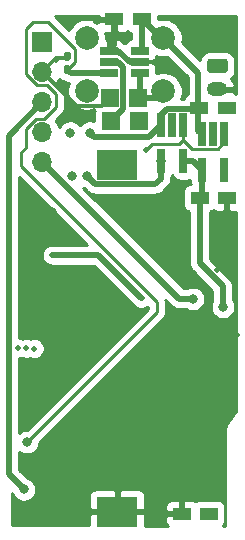
<source format=gbr>
G04 #@! TF.GenerationSoftware,KiCad,Pcbnew,(5.1.9)-1*
G04 #@! TF.CreationDate,2021-03-01T14:16:03+01:00*
G04 #@! TF.ProjectId,button timer v1.2.3_[Coin_Cell&LIPO][TPL5111],62757474-6f6e-4207-9469-6d6572207631,rev?*
G04 #@! TF.SameCoordinates,Original*
G04 #@! TF.FileFunction,Copper,L2,Bot*
G04 #@! TF.FilePolarity,Positive*
%FSLAX46Y46*%
G04 Gerber Fmt 4.6, Leading zero omitted, Abs format (unit mm)*
G04 Created by KiCad (PCBNEW (5.1.9)-1) date 2021-03-01 14:16:03*
%MOMM*%
%LPD*%
G01*
G04 APERTURE LIST*
G04 #@! TA.AperFunction,ComponentPad*
%ADD10O,1.750000X1.200000*%
G04 #@! TD*
G04 #@! TA.AperFunction,ComponentPad*
%ADD11C,2.000000*%
G04 #@! TD*
G04 #@! TA.AperFunction,ComponentPad*
%ADD12O,1.700000X1.700000*%
G04 #@! TD*
G04 #@! TA.AperFunction,ComponentPad*
%ADD13R,1.700000X1.700000*%
G04 #@! TD*
G04 #@! TA.AperFunction,SMDPad,CuDef*
%ADD14R,1.500000X1.100000*%
G04 #@! TD*
G04 #@! TA.AperFunction,SMDPad,CuDef*
%ADD15R,0.650000X2.000000*%
G04 #@! TD*
G04 #@! TA.AperFunction,SMDPad,CuDef*
%ADD16C,0.150000*%
G04 #@! TD*
G04 #@! TA.AperFunction,SMDPad,CuDef*
%ADD17R,1.500000X0.650000*%
G04 #@! TD*
G04 #@! TA.AperFunction,SMDPad,CuDef*
%ADD18R,1.500000X1.500000*%
G04 #@! TD*
G04 #@! TA.AperFunction,SMDPad,CuDef*
%ADD19R,3.510000X2.540000*%
G04 #@! TD*
G04 #@! TA.AperFunction,ViaPad*
%ADD20C,0.500000*%
G04 #@! TD*
G04 #@! TA.AperFunction,ViaPad*
%ADD21C,0.800000*%
G04 #@! TD*
G04 #@! TA.AperFunction,Conductor*
%ADD22C,0.500000*%
G04 #@! TD*
G04 #@! TA.AperFunction,Conductor*
%ADD23C,0.350000*%
G04 #@! TD*
G04 #@! TA.AperFunction,Conductor*
%ADD24C,0.250000*%
G04 #@! TD*
G04 #@! TA.AperFunction,Conductor*
%ADD25C,0.254000*%
G04 #@! TD*
G04 #@! TA.AperFunction,Conductor*
%ADD26C,0.150000*%
G04 #@! TD*
G04 APERTURE END LIST*
D10*
G04 #@! TO.P,BT2,2*
G04 #@! TO.N,/GND*
X134269480Y-57686960D03*
G04 #@! TO.P,BT2,1*
G04 #@! TO.N,Net-(BT1-Pad1)*
G04 #@! TA.AperFunction,ComponentPad*
G36*
G01*
X133644479Y-55086960D02*
X134894481Y-55086960D01*
G75*
G02*
X135144480Y-55336959I0J-249999D01*
G01*
X135144480Y-56036961D01*
G75*
G02*
X134894481Y-56286960I-249999J0D01*
G01*
X133644479Y-56286960D01*
G75*
G02*
X133394480Y-56036961I0J249999D01*
G01*
X133394480Y-55336959D01*
G75*
G02*
X133644479Y-55086960I249999J0D01*
G01*
G37*
G04 #@! TD.AperFunction*
G04 #@! TD*
G04 #@! TO.P,C4,2*
G04 #@! TO.N,/GND*
G04 #@! TA.AperFunction,SMDPad,CuDef*
G36*
G01*
X121715000Y-55260000D02*
X121405000Y-55260000D01*
G75*
G02*
X121250000Y-55105000I0J155000D01*
G01*
X121250000Y-54680000D01*
G75*
G02*
X121405000Y-54525000I155000J0D01*
G01*
X121715000Y-54525000D01*
G75*
G02*
X121870000Y-54680000I0J-155000D01*
G01*
X121870000Y-55105000D01*
G75*
G02*
X121715000Y-55260000I-155000J0D01*
G01*
G37*
G04 #@! TD.AperFunction*
G04 #@! TO.P,C4,1*
G04 #@! TO.N,/GPIO4*
G04 #@! TA.AperFunction,SMDPad,CuDef*
G36*
G01*
X121715000Y-56395000D02*
X121405000Y-56395000D01*
G75*
G02*
X121250000Y-56240000I0J155000D01*
G01*
X121250000Y-55815000D01*
G75*
G02*
X121405000Y-55660000I155000J0D01*
G01*
X121715000Y-55660000D01*
G75*
G02*
X121870000Y-55815000I0J-155000D01*
G01*
X121870000Y-56240000D01*
G75*
G02*
X121715000Y-56395000I-155000J0D01*
G01*
G37*
G04 #@! TD.AperFunction*
G04 #@! TD*
D11*
G04 #@! TO.P,SW1,1*
G04 #@! TO.N,Net-(BT1-Pad1)*
X129690000Y-53340000D03*
G04 #@! TO.P,SW1,2*
G04 #@! TO.N,Net-(R6-Pad2)*
X129690000Y-57840000D03*
G04 #@! TO.P,SW1,1*
G04 #@! TO.N,Net-(BT1-Pad1)*
X123190000Y-53340000D03*
G04 #@! TO.P,SW1,2*
G04 #@! TO.N,Net-(R6-Pad2)*
X123190000Y-57840000D03*
G04 #@! TD*
D12*
G04 #@! TO.P,J1,5*
G04 #@! TO.N,/RST*
X119456200Y-63830200D03*
G04 #@! TO.P,J1,4*
G04 #@! TO.N,/TX*
X119456200Y-61290200D03*
G04 #@! TO.P,J1,3*
G04 #@! TO.N,/RX*
X119456200Y-58750200D03*
G04 #@! TO.P,J1,2*
G04 #@! TO.N,/GND*
X119456200Y-56210200D03*
D13*
G04 #@! TO.P,J1,1*
G04 #@! TO.N,/VCC*
X119456200Y-53670200D03*
G04 #@! TD*
D14*
G04 #@! TO.P,C5,2*
G04 #@! TO.N,/GND*
X125542560Y-51733800D03*
G04 #@! TO.P,C5,1*
G04 #@! TO.N,Net-(BT1-Pad1)*
X127842560Y-51733800D03*
G04 #@! TD*
D15*
G04 #@! TO.P,U1,5*
G04 #@! TO.N,Net-(L1-Pad2)*
X129484080Y-63770640D03*
G04 #@! TO.P,U1,4*
G04 #@! TO.N,/VCC*
X131384080Y-63770640D03*
G04 #@! TO.P,U1,3*
G04 #@! TO.N,Net-(Q1-Pad1)*
X131384080Y-60720640D03*
G04 #@! TA.AperFunction,SMDPad,CuDef*
D16*
G04 #@! TO.P,U1,2*
G04 #@! TO.N,/GND*
G36*
X130109080Y-59720640D02*
G01*
X130759080Y-59720640D01*
X130759080Y-61720640D01*
X130109080Y-61720640D01*
X130109080Y-59720640D01*
G37*
G04 #@! TD.AperFunction*
D15*
G04 #@! TO.P,U1,1*
G04 #@! TO.N,Net-(BT1-Pad1)*
X129484080Y-60720640D03*
G04 #@! TD*
D14*
G04 #@! TO.P,C1,2*
G04 #@! TO.N,Net-(BT1-Pad1)*
X132750000Y-59250000D03*
G04 #@! TO.P,C1,1*
G04 #@! TO.N,/GND*
X135050000Y-59250000D03*
G04 #@! TD*
D17*
G04 #@! TO.P,U3,5*
G04 #@! TO.N,Net-(R7-Pad2)*
X125100000Y-55360000D03*
G04 #@! TO.P,U3,6*
G04 #@! TO.N,/GND*
X125100000Y-54410000D03*
G04 #@! TO.P,U3,4*
G04 #@! TO.N,/GPIO4*
X125100000Y-56310000D03*
G04 #@! TO.P,U3,3*
G04 #@! TO.N,Net-(R6-Pad2)*
X127700000Y-56310000D03*
G04 #@! TO.P,U3,2*
G04 #@! TO.N,/GND*
X127700000Y-55360000D03*
G04 #@! TO.P,U3,1*
G04 #@! TO.N,Net-(BT1-Pad1)*
X127700000Y-54410000D03*
G04 #@! TD*
D15*
G04 #@! TO.P,U2,5*
G04 #@! TO.N,/VCC*
X132933400Y-64517400D03*
G04 #@! TO.P,U2,4*
G04 #@! TO.N,N/C*
X134833400Y-64517400D03*
G04 #@! TO.P,U2,3*
G04 #@! TO.N,Net-(Q1-Pad1)*
X134833400Y-61467400D03*
G04 #@! TA.AperFunction,SMDPad,CuDef*
D16*
G04 #@! TO.P,U2,2*
G04 #@! TO.N,/GND*
G36*
X133558400Y-60467400D02*
G01*
X134208400Y-60467400D01*
X134208400Y-62467400D01*
X133558400Y-62467400D01*
X133558400Y-60467400D01*
G37*
G04 #@! TD.AperFunction*
D15*
G04 #@! TO.P,U2,1*
G04 #@! TO.N,Net-(BT1-Pad1)*
X132933400Y-61467400D03*
G04 #@! TD*
D18*
G04 #@! TO.P,R8,2*
G04 #@! TO.N,/GND*
X125180000Y-58440000D03*
G04 #@! TO.P,R8,1*
G04 #@! TO.N,Net-(R6-Pad2)*
X127580000Y-58440000D03*
G04 #@! TD*
G04 #@! TO.P,R7,2*
G04 #@! TO.N,Net-(R7-Pad2)*
X125225000Y-60400000D03*
G04 #@! TO.P,R7,1*
G04 #@! TO.N,Net-(Q1-Pad1)*
X127625000Y-60400000D03*
G04 #@! TD*
D14*
G04 #@! TO.P,C3,2*
G04 #@! TO.N,/GND*
X135058800Y-66878200D03*
G04 #@! TO.P,C3,1*
G04 #@! TO.N,/VCC*
X132758800Y-66878200D03*
G04 #@! TD*
G04 #@! TO.P,C2,2*
G04 #@! TO.N,/RST*
X133534800Y-93599000D03*
G04 #@! TO.P,C2,1*
G04 #@! TO.N,/GND*
X131234800Y-93599000D03*
G04 #@! TD*
D19*
G04 #@! TO.P,BT1,2*
G04 #@! TO.N,/GND*
X125780800Y-93444200D03*
G04 #@! TO.P,BT1,1*
G04 #@! TO.N,Net-(BT1-Pad1)*
X125780800Y-64084200D03*
G04 #@! TD*
D20*
G04 #@! TO.N,/VCC*
X131454360Y-63770640D03*
D21*
X134726680Y-76106280D03*
G04 #@! TO.N,/GND*
X120225000Y-68050000D03*
D20*
X123225000Y-72875000D03*
X118425000Y-75275000D03*
X135075000Y-69000000D03*
X135050000Y-72950000D03*
X134200000Y-72975000D03*
X135900000Y-78450000D03*
X130500000Y-60500000D03*
X135150000Y-66925000D03*
X133900000Y-61450000D03*
X135500000Y-51925000D03*
X125075000Y-54400000D03*
X127700000Y-55400000D03*
D21*
X125200000Y-58400000D03*
D20*
X135125000Y-59225000D03*
D21*
X125780800Y-93419200D03*
D20*
X126759720Y-94456000D03*
X125759720Y-94456000D03*
X124759720Y-94456000D03*
X126759720Y-93456000D03*
X124759720Y-93456000D03*
X126759720Y-92456000D03*
X125759720Y-92456000D03*
X124759720Y-92456000D03*
X130950000Y-56075000D03*
D21*
X124075000Y-51800000D03*
G04 #@! TO.N,/RST*
X133330000Y-93670000D03*
X132200400Y-75425400D03*
G04 #@! TO.N,/RX*
X117875000Y-91550000D03*
D20*
G04 #@! TO.N,/GPIO0*
X120275000Y-71725000D03*
X127850000Y-75325000D03*
D21*
G04 #@! TO.N,Net-(BT1-Pad1)*
X123450000Y-61350000D03*
X121800000Y-61350000D03*
D20*
X125749720Y-65046000D03*
X126749720Y-65046000D03*
X126830000Y-63100000D03*
X125749720Y-63046000D03*
X126749720Y-64046000D03*
D21*
X132650000Y-59350000D03*
X125899729Y-64009200D03*
G04 #@! TO.N,Net-(L1-Pad2)*
X123225000Y-65050000D03*
X121950000Y-65000000D03*
X129484080Y-63770640D03*
G04 #@! TO.N,/GPIO4*
X118150000Y-87550000D03*
D20*
G04 #@! TO.N,Net-(R6-Pad2)*
X127650000Y-56300000D03*
G04 #@! TO.N,/GND_ESP*
X117375000Y-79575000D03*
X118750000Y-79625000D03*
X118100000Y-79600000D03*
G04 #@! TO.N,Net-(Q1-Pad1)*
X128250000Y-62800000D03*
X127375000Y-60500000D03*
X134833400Y-61467400D03*
G04 #@! TD*
D22*
G04 #@! TO.N,/VCC*
X132186640Y-63770640D02*
X132933400Y-64517400D01*
X131384080Y-63770640D02*
X131454360Y-63770640D01*
X132933400Y-66703600D02*
X132758800Y-66878200D01*
X132933400Y-64517400D02*
X132933400Y-66703600D01*
X131454360Y-63770640D02*
X132186640Y-63770640D01*
X132758800Y-72421802D02*
X134700000Y-74363002D01*
X132758800Y-66878200D02*
X132758800Y-72421802D01*
X134700000Y-74363002D02*
X134700000Y-75950000D01*
G04 #@! TO.N,/GND*
X125542560Y-53967440D02*
X125100000Y-54410000D01*
X125542560Y-51733800D02*
X125542560Y-53967440D01*
D23*
X130235000Y-55360000D02*
X127700000Y-55360000D01*
X130950000Y-56075000D02*
X130235000Y-55360000D01*
X122361001Y-59115001D02*
X119456200Y-56210200D01*
X124484999Y-59115001D02*
X122361001Y-59115001D01*
X125200000Y-58400000D02*
X124484999Y-59115001D01*
X119456200Y-56210200D02*
X120625000Y-55041400D01*
X121411100Y-55041400D02*
X121560000Y-54892500D01*
X120625000Y-55041400D02*
X121411100Y-55041400D01*
D22*
X125855002Y-54410000D02*
X125100000Y-54410000D01*
X126845002Y-55400000D02*
X125855002Y-54410000D01*
X127700000Y-55400000D02*
X126845002Y-55400000D01*
G04 #@! TO.N,/RST*
X131051400Y-75425400D02*
X119456200Y-63830200D01*
X132200400Y-75425400D02*
X131051400Y-75425400D01*
G04 #@! TO.N,/RX*
X117875000Y-91550000D02*
X117875000Y-91550000D01*
X116605010Y-61601390D02*
X119456200Y-58750200D01*
X116605010Y-90280010D02*
X116605010Y-61601390D01*
X117875000Y-91550000D02*
X116605010Y-90280010D01*
G04 #@! TO.N,/GPIO0*
X120275000Y-71725000D02*
X124175000Y-71725000D01*
X124175000Y-71725000D02*
X127825000Y-75375000D01*
G04 #@! TO.N,Net-(BT1-Pad1)*
X129484080Y-59850648D02*
X129484080Y-60720640D01*
X129984728Y-59350000D02*
X129484080Y-59850648D01*
X132650000Y-59350000D02*
X129984728Y-59350000D01*
X132650000Y-61184000D02*
X132933400Y-61467400D01*
X132650000Y-59350000D02*
X132650000Y-61184000D01*
X127842560Y-54267440D02*
X127700000Y-54410000D01*
X127842560Y-51733800D02*
X127842560Y-54267440D01*
X129448760Y-53340000D02*
X127842560Y-51733800D01*
X129690000Y-53340000D02*
X129448760Y-53340000D01*
X123849999Y-61749999D02*
X123450000Y-61350000D01*
X128454721Y-61749999D02*
X123849999Y-61749999D01*
X129484080Y-60720640D02*
X128454721Y-61749999D01*
X132650000Y-56300000D02*
X129690000Y-53340000D01*
X132650000Y-59350000D02*
X132650000Y-56300000D01*
G04 #@! TO.N,Net-(L1-Pad2)*
X123879201Y-65704201D02*
X129020799Y-65704201D01*
X123225000Y-65050000D02*
X123879201Y-65704201D01*
X129484080Y-65240920D02*
X129484080Y-63770640D01*
X129020799Y-65704201D02*
X129484080Y-65240920D01*
X129484080Y-63770640D02*
X129484080Y-63770640D01*
G04 #@! TO.N,Net-(R7-Pad2)*
X126280001Y-59344999D02*
X125225000Y-60400000D01*
X126280001Y-55784999D02*
X126280001Y-59344999D01*
X125855002Y-55360000D02*
X126280001Y-55784999D01*
X125100000Y-55360000D02*
X125855002Y-55360000D01*
G04 #@! TO.N,/GPIO4*
X121842500Y-56310000D02*
X125100000Y-56310000D01*
X121560000Y-56027500D02*
X121842500Y-56310000D01*
D24*
X118150000Y-87550000D02*
X129125000Y-76575000D01*
X129125000Y-76575000D02*
X129125000Y-75675000D01*
X129125000Y-75675000D02*
X117625000Y-64175000D01*
X117625000Y-64175000D02*
X117625000Y-63050000D01*
X117625000Y-63050000D02*
X118100000Y-62575000D01*
X119582203Y-60215199D02*
X120600000Y-59197402D01*
X118940199Y-60215199D02*
X119582203Y-60215199D01*
X118100000Y-61055398D02*
X118940199Y-60215199D01*
X118100000Y-62575000D02*
X118100000Y-61055398D01*
X120600000Y-59197402D02*
X120600000Y-58050000D01*
X120600000Y-58050000D02*
X119875000Y-57325000D01*
X118979998Y-57325000D02*
X118075000Y-56420002D01*
X119875000Y-57325000D02*
X118979998Y-57325000D01*
X118075000Y-56420002D02*
X118075000Y-52575000D01*
X118075000Y-52575000D02*
X118650000Y-52000000D01*
X118650000Y-52000000D02*
X119950000Y-52000000D01*
X119950000Y-52000000D02*
X122250000Y-54300000D01*
X122250000Y-55337500D02*
X121560000Y-56027500D01*
X122250000Y-54300000D02*
X122250000Y-55337500D01*
D22*
G04 #@! TO.N,Net-(R6-Pad2)*
X127700000Y-58320000D02*
X127580000Y-58440000D01*
X127700000Y-56310000D02*
X127700000Y-58320000D01*
X129090000Y-58440000D02*
X129690000Y-57840000D01*
X127580000Y-58440000D02*
X129090000Y-58440000D01*
D24*
G04 #@! TO.N,Net-(Q1-Pad1)*
X132105841Y-62692401D02*
X131384080Y-61970640D01*
X131384080Y-61970640D02*
X131384080Y-60720640D01*
X134833400Y-62160614D02*
X134301613Y-62692401D01*
X134301613Y-62692401D02*
X132105841Y-62692401D01*
X134833400Y-61467400D02*
X134833400Y-61467400D01*
X131384080Y-61970640D02*
X131054720Y-62300000D01*
X131054720Y-62300000D02*
X128750000Y-62300000D01*
X128750000Y-62300000D02*
X128250000Y-62800000D01*
X128250000Y-62800000D02*
X128250000Y-62800000D01*
X134833400Y-61467400D02*
X134833400Y-62160614D01*
G04 #@! TD*
D25*
G04 #@! TO.N,/GND*
X130469578Y-65014820D02*
X130528543Y-65125134D01*
X130607895Y-65221825D01*
X130704586Y-65301177D01*
X130814900Y-65360142D01*
X130934598Y-65396452D01*
X131059080Y-65408712D01*
X131709080Y-65408712D01*
X131833562Y-65396452D01*
X131953260Y-65360142D01*
X131970328Y-65351019D01*
X131970328Y-65517400D01*
X131982588Y-65641882D01*
X131997559Y-65691235D01*
X131884318Y-65702388D01*
X131764620Y-65738698D01*
X131654306Y-65797663D01*
X131557615Y-65877015D01*
X131478263Y-65973706D01*
X131419298Y-66084020D01*
X131382988Y-66203718D01*
X131370728Y-66328200D01*
X131370728Y-67428200D01*
X131382988Y-67552682D01*
X131419298Y-67672380D01*
X131478263Y-67782694D01*
X131557615Y-67879385D01*
X131654306Y-67958737D01*
X131764620Y-68017702D01*
X131873800Y-68050821D01*
X131873801Y-72378323D01*
X131869519Y-72421802D01*
X131886605Y-72595292D01*
X131937212Y-72762115D01*
X132019390Y-72915861D01*
X132102268Y-73016848D01*
X132102271Y-73016851D01*
X132129984Y-73050619D01*
X132163751Y-73078331D01*
X133815000Y-74729581D01*
X133815001Y-75607754D01*
X133809475Y-75616024D01*
X133731454Y-75804382D01*
X133691680Y-76004341D01*
X133691680Y-76208219D01*
X133731454Y-76408178D01*
X133809475Y-76596536D01*
X133922743Y-76766054D01*
X134066906Y-76910217D01*
X134236424Y-77023485D01*
X134424782Y-77101506D01*
X134624741Y-77141280D01*
X134828619Y-77141280D01*
X135028578Y-77101506D01*
X135216936Y-77023485D01*
X135386454Y-76910217D01*
X135530617Y-76766054D01*
X135643885Y-76596536D01*
X135721906Y-76408178D01*
X135761680Y-76208219D01*
X135761680Y-76004341D01*
X135721906Y-75804382D01*
X135643885Y-75616024D01*
X135585000Y-75527896D01*
X135585000Y-74406467D01*
X135589281Y-74363001D01*
X135585000Y-74319535D01*
X135585000Y-74319525D01*
X135572195Y-74189512D01*
X135521589Y-74022689D01*
X135439411Y-73868943D01*
X135328817Y-73734185D01*
X135295050Y-73706473D01*
X133643800Y-72055224D01*
X133643800Y-68050821D01*
X133752980Y-68017702D01*
X133863294Y-67958737D01*
X133908800Y-67921391D01*
X133954306Y-67958737D01*
X134064620Y-68017702D01*
X134184318Y-68054012D01*
X134308800Y-68066272D01*
X134773050Y-68063200D01*
X134931800Y-67904450D01*
X134931800Y-67005200D01*
X134911800Y-67005200D01*
X134911800Y-66751200D01*
X134931800Y-66751200D01*
X134931800Y-66731200D01*
X135185800Y-66731200D01*
X135185800Y-66751200D01*
X135205800Y-66751200D01*
X135205800Y-67005200D01*
X135185800Y-67005200D01*
X135185800Y-67904450D01*
X135344550Y-68063200D01*
X135808800Y-68066272D01*
X135840001Y-68063199D01*
X135840001Y-78071344D01*
X135840000Y-78071354D01*
X135840001Y-80611344D01*
X135840000Y-80611354D01*
X135840001Y-84917666D01*
X135200464Y-85831291D01*
X135149289Y-85873290D01*
X135063688Y-85977594D01*
X135000081Y-86096595D01*
X134960912Y-86225718D01*
X134951000Y-86326354D01*
X134951001Y-94621544D01*
X134710288Y-94621274D01*
X134735985Y-94600185D01*
X134815337Y-94503494D01*
X134874302Y-94393180D01*
X134910612Y-94273482D01*
X134922872Y-94149000D01*
X134922872Y-93049000D01*
X134910612Y-92924518D01*
X134874302Y-92804820D01*
X134815337Y-92694506D01*
X134735985Y-92597815D01*
X134639294Y-92518463D01*
X134528980Y-92459498D01*
X134409282Y-92423188D01*
X134284800Y-92410928D01*
X132784800Y-92410928D01*
X132660318Y-92423188D01*
X132540620Y-92459498D01*
X132430306Y-92518463D01*
X132384800Y-92555809D01*
X132339294Y-92518463D01*
X132228980Y-92459498D01*
X132109282Y-92423188D01*
X131984800Y-92410928D01*
X131520550Y-92414000D01*
X131361800Y-92572750D01*
X131361800Y-93472000D01*
X131381800Y-93472000D01*
X131381800Y-93726000D01*
X131361800Y-93726000D01*
X131361800Y-93746000D01*
X131107800Y-93746000D01*
X131107800Y-93726000D01*
X130008550Y-93726000D01*
X129849800Y-93884750D01*
X129846728Y-94149000D01*
X129858988Y-94273482D01*
X129895298Y-94393180D01*
X129954263Y-94503494D01*
X130033615Y-94600185D01*
X130052950Y-94616053D01*
X128173559Y-94613946D01*
X128170800Y-93729950D01*
X128012050Y-93571200D01*
X125907800Y-93571200D01*
X125907800Y-93591200D01*
X125653800Y-93591200D01*
X125653800Y-93571200D01*
X123549550Y-93571200D01*
X123390800Y-93729950D01*
X123388058Y-94608581D01*
X116890000Y-94601296D01*
X116890000Y-91876586D01*
X116957795Y-92040256D01*
X117071063Y-92209774D01*
X117215226Y-92353937D01*
X117384744Y-92467205D01*
X117573102Y-92545226D01*
X117773061Y-92585000D01*
X117976939Y-92585000D01*
X118176898Y-92545226D01*
X118365256Y-92467205D01*
X118534774Y-92353937D01*
X118678937Y-92209774D01*
X118702706Y-92174200D01*
X123387728Y-92174200D01*
X123390800Y-93158450D01*
X123549550Y-93317200D01*
X125653800Y-93317200D01*
X125653800Y-91697950D01*
X125907800Y-91697950D01*
X125907800Y-93317200D01*
X128012050Y-93317200D01*
X128170800Y-93158450D01*
X128171141Y-93049000D01*
X129846728Y-93049000D01*
X129849800Y-93313250D01*
X130008550Y-93472000D01*
X131107800Y-93472000D01*
X131107800Y-92572750D01*
X130949050Y-92414000D01*
X130484800Y-92410928D01*
X130360318Y-92423188D01*
X130240620Y-92459498D01*
X130130306Y-92518463D01*
X130033615Y-92597815D01*
X129954263Y-92694506D01*
X129895298Y-92804820D01*
X129858988Y-92924518D01*
X129846728Y-93049000D01*
X128171141Y-93049000D01*
X128173872Y-92174200D01*
X128161612Y-92049718D01*
X128125302Y-91930020D01*
X128066337Y-91819706D01*
X127986985Y-91723015D01*
X127890294Y-91643663D01*
X127779980Y-91584698D01*
X127660282Y-91548388D01*
X127535800Y-91536128D01*
X126066550Y-91539200D01*
X125907800Y-91697950D01*
X125653800Y-91697950D01*
X125495050Y-91539200D01*
X124025800Y-91536128D01*
X123901318Y-91548388D01*
X123781620Y-91584698D01*
X123671306Y-91643663D01*
X123574615Y-91723015D01*
X123495263Y-91819706D01*
X123436298Y-91930020D01*
X123399988Y-92049718D01*
X123387728Y-92174200D01*
X118702706Y-92174200D01*
X118792205Y-92040256D01*
X118870226Y-91851898D01*
X118910000Y-91651939D01*
X118910000Y-91448061D01*
X118870226Y-91248102D01*
X118792205Y-91059744D01*
X118678937Y-90890226D01*
X118534774Y-90746063D01*
X118365256Y-90632795D01*
X118176898Y-90554774D01*
X118120044Y-90543465D01*
X117490010Y-89913432D01*
X117490010Y-88353721D01*
X117490226Y-88353937D01*
X117659744Y-88467205D01*
X117848102Y-88545226D01*
X118048061Y-88585000D01*
X118251939Y-88585000D01*
X118451898Y-88545226D01*
X118640256Y-88467205D01*
X118809774Y-88353937D01*
X118953937Y-88209774D01*
X119067205Y-88040256D01*
X119145226Y-87851898D01*
X119185000Y-87651939D01*
X119185000Y-87589801D01*
X129636004Y-77138798D01*
X129665001Y-77115001D01*
X129759974Y-76999276D01*
X129830546Y-76867247D01*
X129874003Y-76723986D01*
X129885000Y-76612333D01*
X129885000Y-76612323D01*
X129888676Y-76575000D01*
X129885000Y-76537677D01*
X129885000Y-75712323D01*
X129888676Y-75675000D01*
X129885000Y-75637677D01*
X129885000Y-75637667D01*
X129874003Y-75526014D01*
X129862494Y-75488073D01*
X130394870Y-76020449D01*
X130422583Y-76054217D01*
X130456351Y-76081930D01*
X130456353Y-76081932D01*
X130477487Y-76099276D01*
X130557341Y-76164811D01*
X130711087Y-76246989D01*
X130877910Y-76297595D01*
X131007923Y-76310400D01*
X131007933Y-76310400D01*
X131051399Y-76314681D01*
X131094865Y-76310400D01*
X131661946Y-76310400D01*
X131710144Y-76342605D01*
X131898502Y-76420626D01*
X132098461Y-76460400D01*
X132302339Y-76460400D01*
X132502298Y-76420626D01*
X132690656Y-76342605D01*
X132860174Y-76229337D01*
X133004337Y-76085174D01*
X133117605Y-75915656D01*
X133195626Y-75727298D01*
X133235400Y-75527339D01*
X133235400Y-75323461D01*
X133195626Y-75123502D01*
X133117605Y-74935144D01*
X133004337Y-74765626D01*
X132860174Y-74621463D01*
X132690656Y-74508195D01*
X132502298Y-74430174D01*
X132302339Y-74390400D01*
X132098461Y-74390400D01*
X131898502Y-74430174D01*
X131710144Y-74508195D01*
X131661946Y-74540400D01*
X131417979Y-74540400D01*
X122922594Y-66045015D01*
X122923102Y-66045226D01*
X122979956Y-66056535D01*
X123222671Y-66299250D01*
X123250384Y-66333018D01*
X123284152Y-66360731D01*
X123284154Y-66360733D01*
X123312677Y-66384141D01*
X123385142Y-66443612D01*
X123538888Y-66525790D01*
X123655104Y-66561044D01*
X123705710Y-66576396D01*
X123720507Y-66577853D01*
X123835724Y-66589201D01*
X123835732Y-66589201D01*
X123879201Y-66593482D01*
X123922670Y-66589201D01*
X128977330Y-66589201D01*
X129020799Y-66593482D01*
X129064268Y-66589201D01*
X129064276Y-66589201D01*
X129194289Y-66576396D01*
X129361112Y-66525790D01*
X129514858Y-66443612D01*
X129649616Y-66333018D01*
X129677333Y-66299245D01*
X130079125Y-65897453D01*
X130112897Y-65869737D01*
X130223491Y-65734979D01*
X130305669Y-65581233D01*
X130356275Y-65414410D01*
X130369080Y-65284397D01*
X130369080Y-65284387D01*
X130373361Y-65240921D01*
X130369080Y-65197455D01*
X130369080Y-65070013D01*
X130398582Y-65014820D01*
X130434080Y-64897799D01*
X130469578Y-65014820D01*
G04 #@! TA.AperFunction,Conductor*
D26*
G36*
X130469578Y-65014820D02*
G01*
X130528543Y-65125134D01*
X130607895Y-65221825D01*
X130704586Y-65301177D01*
X130814900Y-65360142D01*
X130934598Y-65396452D01*
X131059080Y-65408712D01*
X131709080Y-65408712D01*
X131833562Y-65396452D01*
X131953260Y-65360142D01*
X131970328Y-65351019D01*
X131970328Y-65517400D01*
X131982588Y-65641882D01*
X131997559Y-65691235D01*
X131884318Y-65702388D01*
X131764620Y-65738698D01*
X131654306Y-65797663D01*
X131557615Y-65877015D01*
X131478263Y-65973706D01*
X131419298Y-66084020D01*
X131382988Y-66203718D01*
X131370728Y-66328200D01*
X131370728Y-67428200D01*
X131382988Y-67552682D01*
X131419298Y-67672380D01*
X131478263Y-67782694D01*
X131557615Y-67879385D01*
X131654306Y-67958737D01*
X131764620Y-68017702D01*
X131873800Y-68050821D01*
X131873801Y-72378323D01*
X131869519Y-72421802D01*
X131886605Y-72595292D01*
X131937212Y-72762115D01*
X132019390Y-72915861D01*
X132102268Y-73016848D01*
X132102271Y-73016851D01*
X132129984Y-73050619D01*
X132163751Y-73078331D01*
X133815000Y-74729581D01*
X133815001Y-75607754D01*
X133809475Y-75616024D01*
X133731454Y-75804382D01*
X133691680Y-76004341D01*
X133691680Y-76208219D01*
X133731454Y-76408178D01*
X133809475Y-76596536D01*
X133922743Y-76766054D01*
X134066906Y-76910217D01*
X134236424Y-77023485D01*
X134424782Y-77101506D01*
X134624741Y-77141280D01*
X134828619Y-77141280D01*
X135028578Y-77101506D01*
X135216936Y-77023485D01*
X135386454Y-76910217D01*
X135530617Y-76766054D01*
X135643885Y-76596536D01*
X135721906Y-76408178D01*
X135761680Y-76208219D01*
X135761680Y-76004341D01*
X135721906Y-75804382D01*
X135643885Y-75616024D01*
X135585000Y-75527896D01*
X135585000Y-74406467D01*
X135589281Y-74363001D01*
X135585000Y-74319535D01*
X135585000Y-74319525D01*
X135572195Y-74189512D01*
X135521589Y-74022689D01*
X135439411Y-73868943D01*
X135328817Y-73734185D01*
X135295050Y-73706473D01*
X133643800Y-72055224D01*
X133643800Y-68050821D01*
X133752980Y-68017702D01*
X133863294Y-67958737D01*
X133908800Y-67921391D01*
X133954306Y-67958737D01*
X134064620Y-68017702D01*
X134184318Y-68054012D01*
X134308800Y-68066272D01*
X134773050Y-68063200D01*
X134931800Y-67904450D01*
X134931800Y-67005200D01*
X134911800Y-67005200D01*
X134911800Y-66751200D01*
X134931800Y-66751200D01*
X134931800Y-66731200D01*
X135185800Y-66731200D01*
X135185800Y-66751200D01*
X135205800Y-66751200D01*
X135205800Y-67005200D01*
X135185800Y-67005200D01*
X135185800Y-67904450D01*
X135344550Y-68063200D01*
X135808800Y-68066272D01*
X135840001Y-68063199D01*
X135840001Y-78071344D01*
X135840000Y-78071354D01*
X135840001Y-80611344D01*
X135840000Y-80611354D01*
X135840001Y-84917666D01*
X135200464Y-85831291D01*
X135149289Y-85873290D01*
X135063688Y-85977594D01*
X135000081Y-86096595D01*
X134960912Y-86225718D01*
X134951000Y-86326354D01*
X134951001Y-94621544D01*
X134710288Y-94621274D01*
X134735985Y-94600185D01*
X134815337Y-94503494D01*
X134874302Y-94393180D01*
X134910612Y-94273482D01*
X134922872Y-94149000D01*
X134922872Y-93049000D01*
X134910612Y-92924518D01*
X134874302Y-92804820D01*
X134815337Y-92694506D01*
X134735985Y-92597815D01*
X134639294Y-92518463D01*
X134528980Y-92459498D01*
X134409282Y-92423188D01*
X134284800Y-92410928D01*
X132784800Y-92410928D01*
X132660318Y-92423188D01*
X132540620Y-92459498D01*
X132430306Y-92518463D01*
X132384800Y-92555809D01*
X132339294Y-92518463D01*
X132228980Y-92459498D01*
X132109282Y-92423188D01*
X131984800Y-92410928D01*
X131520550Y-92414000D01*
X131361800Y-92572750D01*
X131361800Y-93472000D01*
X131381800Y-93472000D01*
X131381800Y-93726000D01*
X131361800Y-93726000D01*
X131361800Y-93746000D01*
X131107800Y-93746000D01*
X131107800Y-93726000D01*
X130008550Y-93726000D01*
X129849800Y-93884750D01*
X129846728Y-94149000D01*
X129858988Y-94273482D01*
X129895298Y-94393180D01*
X129954263Y-94503494D01*
X130033615Y-94600185D01*
X130052950Y-94616053D01*
X128173559Y-94613946D01*
X128170800Y-93729950D01*
X128012050Y-93571200D01*
X125907800Y-93571200D01*
X125907800Y-93591200D01*
X125653800Y-93591200D01*
X125653800Y-93571200D01*
X123549550Y-93571200D01*
X123390800Y-93729950D01*
X123388058Y-94608581D01*
X116890000Y-94601296D01*
X116890000Y-91876586D01*
X116957795Y-92040256D01*
X117071063Y-92209774D01*
X117215226Y-92353937D01*
X117384744Y-92467205D01*
X117573102Y-92545226D01*
X117773061Y-92585000D01*
X117976939Y-92585000D01*
X118176898Y-92545226D01*
X118365256Y-92467205D01*
X118534774Y-92353937D01*
X118678937Y-92209774D01*
X118702706Y-92174200D01*
X123387728Y-92174200D01*
X123390800Y-93158450D01*
X123549550Y-93317200D01*
X125653800Y-93317200D01*
X125653800Y-91697950D01*
X125907800Y-91697950D01*
X125907800Y-93317200D01*
X128012050Y-93317200D01*
X128170800Y-93158450D01*
X128171141Y-93049000D01*
X129846728Y-93049000D01*
X129849800Y-93313250D01*
X130008550Y-93472000D01*
X131107800Y-93472000D01*
X131107800Y-92572750D01*
X130949050Y-92414000D01*
X130484800Y-92410928D01*
X130360318Y-92423188D01*
X130240620Y-92459498D01*
X130130306Y-92518463D01*
X130033615Y-92597815D01*
X129954263Y-92694506D01*
X129895298Y-92804820D01*
X129858988Y-92924518D01*
X129846728Y-93049000D01*
X128171141Y-93049000D01*
X128173872Y-92174200D01*
X128161612Y-92049718D01*
X128125302Y-91930020D01*
X128066337Y-91819706D01*
X127986985Y-91723015D01*
X127890294Y-91643663D01*
X127779980Y-91584698D01*
X127660282Y-91548388D01*
X127535800Y-91536128D01*
X126066550Y-91539200D01*
X125907800Y-91697950D01*
X125653800Y-91697950D01*
X125495050Y-91539200D01*
X124025800Y-91536128D01*
X123901318Y-91548388D01*
X123781620Y-91584698D01*
X123671306Y-91643663D01*
X123574615Y-91723015D01*
X123495263Y-91819706D01*
X123436298Y-91930020D01*
X123399988Y-92049718D01*
X123387728Y-92174200D01*
X118702706Y-92174200D01*
X118792205Y-92040256D01*
X118870226Y-91851898D01*
X118910000Y-91651939D01*
X118910000Y-91448061D01*
X118870226Y-91248102D01*
X118792205Y-91059744D01*
X118678937Y-90890226D01*
X118534774Y-90746063D01*
X118365256Y-90632795D01*
X118176898Y-90554774D01*
X118120044Y-90543465D01*
X117490010Y-89913432D01*
X117490010Y-88353721D01*
X117490226Y-88353937D01*
X117659744Y-88467205D01*
X117848102Y-88545226D01*
X118048061Y-88585000D01*
X118251939Y-88585000D01*
X118451898Y-88545226D01*
X118640256Y-88467205D01*
X118809774Y-88353937D01*
X118953937Y-88209774D01*
X119067205Y-88040256D01*
X119145226Y-87851898D01*
X119185000Y-87651939D01*
X119185000Y-87589801D01*
X129636004Y-77138798D01*
X129665001Y-77115001D01*
X129759974Y-76999276D01*
X129830546Y-76867247D01*
X129874003Y-76723986D01*
X129885000Y-76612333D01*
X129885000Y-76612323D01*
X129888676Y-76575000D01*
X129885000Y-76537677D01*
X129885000Y-75712323D01*
X129888676Y-75675000D01*
X129885000Y-75637677D01*
X129885000Y-75637667D01*
X129874003Y-75526014D01*
X129862494Y-75488073D01*
X130394870Y-76020449D01*
X130422583Y-76054217D01*
X130456351Y-76081930D01*
X130456353Y-76081932D01*
X130477487Y-76099276D01*
X130557341Y-76164811D01*
X130711087Y-76246989D01*
X130877910Y-76297595D01*
X131007923Y-76310400D01*
X131007933Y-76310400D01*
X131051399Y-76314681D01*
X131094865Y-76310400D01*
X131661946Y-76310400D01*
X131710144Y-76342605D01*
X131898502Y-76420626D01*
X132098461Y-76460400D01*
X132302339Y-76460400D01*
X132502298Y-76420626D01*
X132690656Y-76342605D01*
X132860174Y-76229337D01*
X133004337Y-76085174D01*
X133117605Y-75915656D01*
X133195626Y-75727298D01*
X133235400Y-75527339D01*
X133235400Y-75323461D01*
X133195626Y-75123502D01*
X133117605Y-74935144D01*
X133004337Y-74765626D01*
X132860174Y-74621463D01*
X132690656Y-74508195D01*
X132502298Y-74430174D01*
X132302339Y-74390400D01*
X132098461Y-74390400D01*
X131898502Y-74430174D01*
X131710144Y-74508195D01*
X131661946Y-74540400D01*
X131417979Y-74540400D01*
X122922594Y-66045015D01*
X122923102Y-66045226D01*
X122979956Y-66056535D01*
X123222671Y-66299250D01*
X123250384Y-66333018D01*
X123284152Y-66360731D01*
X123284154Y-66360733D01*
X123312677Y-66384141D01*
X123385142Y-66443612D01*
X123538888Y-66525790D01*
X123655104Y-66561044D01*
X123705710Y-66576396D01*
X123720507Y-66577853D01*
X123835724Y-66589201D01*
X123835732Y-66589201D01*
X123879201Y-66593482D01*
X123922670Y-66589201D01*
X128977330Y-66589201D01*
X129020799Y-66593482D01*
X129064268Y-66589201D01*
X129064276Y-66589201D01*
X129194289Y-66576396D01*
X129361112Y-66525790D01*
X129514858Y-66443612D01*
X129649616Y-66333018D01*
X129677333Y-66299245D01*
X130079125Y-65897453D01*
X130112897Y-65869737D01*
X130223491Y-65734979D01*
X130305669Y-65581233D01*
X130356275Y-65414410D01*
X130369080Y-65284397D01*
X130369080Y-65284387D01*
X130373361Y-65240921D01*
X130369080Y-65197455D01*
X130369080Y-65070013D01*
X130398582Y-65014820D01*
X130434080Y-64897799D01*
X130469578Y-65014820D01*
G37*
G04 #@! TD.AperFunction*
D25*
X123215198Y-70840000D02*
X120187835Y-70840000D01*
X120144987Y-70848523D01*
X120101510Y-70852805D01*
X120059705Y-70865487D01*
X120016855Y-70874010D01*
X119976487Y-70890731D01*
X119934687Y-70903411D01*
X119896165Y-70924001D01*
X119855795Y-70940723D01*
X119819467Y-70964996D01*
X119780941Y-70985589D01*
X119747171Y-71013304D01*
X119710845Y-71037576D01*
X119679951Y-71068470D01*
X119646183Y-71096183D01*
X119618470Y-71129951D01*
X119587576Y-71160845D01*
X119563304Y-71197171D01*
X119535589Y-71230941D01*
X119514996Y-71269467D01*
X119490723Y-71305795D01*
X119474001Y-71346165D01*
X119453411Y-71384687D01*
X119440731Y-71426487D01*
X119424010Y-71466855D01*
X119415487Y-71509705D01*
X119402805Y-71551510D01*
X119398523Y-71594987D01*
X119390000Y-71637835D01*
X119390000Y-71681523D01*
X119385718Y-71725000D01*
X119390000Y-71768477D01*
X119390000Y-71812165D01*
X119398523Y-71855013D01*
X119402805Y-71898490D01*
X119415487Y-71940295D01*
X119424010Y-71983145D01*
X119440731Y-72023513D01*
X119453411Y-72065313D01*
X119474001Y-72103835D01*
X119490723Y-72144205D01*
X119514996Y-72180533D01*
X119535589Y-72219059D01*
X119563304Y-72252829D01*
X119587576Y-72289155D01*
X119618470Y-72320049D01*
X119646183Y-72353817D01*
X119679951Y-72381530D01*
X119710845Y-72412424D01*
X119747171Y-72436696D01*
X119780941Y-72464411D01*
X119819467Y-72485004D01*
X119855795Y-72509277D01*
X119896165Y-72525999D01*
X119934687Y-72546589D01*
X119976487Y-72559269D01*
X120016855Y-72575990D01*
X120059705Y-72584513D01*
X120101510Y-72597195D01*
X120144987Y-72601477D01*
X120187835Y-72610000D01*
X123808422Y-72610000D01*
X127229953Y-76031532D01*
X127330941Y-76114411D01*
X127484686Y-76196589D01*
X127651510Y-76247195D01*
X127825000Y-76264281D01*
X127998490Y-76247195D01*
X128165313Y-76196589D01*
X128319059Y-76114411D01*
X128365000Y-76076708D01*
X128365000Y-76260198D01*
X118110199Y-86515000D01*
X118048061Y-86515000D01*
X117848102Y-86554774D01*
X117659744Y-86632795D01*
X117490226Y-86746063D01*
X117490010Y-86746279D01*
X117490010Y-80454461D01*
X117633145Y-80425990D01*
X117707322Y-80395265D01*
X117841855Y-80450990D01*
X118012835Y-80485000D01*
X118187165Y-80485000D01*
X118358145Y-80450990D01*
X118394822Y-80435798D01*
X118491855Y-80475990D01*
X118662835Y-80510000D01*
X118837165Y-80510000D01*
X119008145Y-80475990D01*
X119169205Y-80409277D01*
X119314155Y-80312424D01*
X119437424Y-80189155D01*
X119534277Y-80044205D01*
X119600990Y-79883145D01*
X119635000Y-79712165D01*
X119635000Y-79537835D01*
X119600990Y-79366855D01*
X119534277Y-79205795D01*
X119437424Y-79060845D01*
X119314155Y-78937576D01*
X119169205Y-78840723D01*
X119008145Y-78774010D01*
X118837165Y-78740000D01*
X118662835Y-78740000D01*
X118491855Y-78774010D01*
X118455178Y-78789202D01*
X118358145Y-78749010D01*
X118187165Y-78715000D01*
X118012835Y-78715000D01*
X117841855Y-78749010D01*
X117767678Y-78779735D01*
X117633145Y-78724010D01*
X117490010Y-78695539D01*
X117490010Y-65114811D01*
X123215198Y-70840000D01*
G04 #@! TA.AperFunction,Conductor*
D26*
G36*
X123215198Y-70840000D02*
G01*
X120187835Y-70840000D01*
X120144987Y-70848523D01*
X120101510Y-70852805D01*
X120059705Y-70865487D01*
X120016855Y-70874010D01*
X119976487Y-70890731D01*
X119934687Y-70903411D01*
X119896165Y-70924001D01*
X119855795Y-70940723D01*
X119819467Y-70964996D01*
X119780941Y-70985589D01*
X119747171Y-71013304D01*
X119710845Y-71037576D01*
X119679951Y-71068470D01*
X119646183Y-71096183D01*
X119618470Y-71129951D01*
X119587576Y-71160845D01*
X119563304Y-71197171D01*
X119535589Y-71230941D01*
X119514996Y-71269467D01*
X119490723Y-71305795D01*
X119474001Y-71346165D01*
X119453411Y-71384687D01*
X119440731Y-71426487D01*
X119424010Y-71466855D01*
X119415487Y-71509705D01*
X119402805Y-71551510D01*
X119398523Y-71594987D01*
X119390000Y-71637835D01*
X119390000Y-71681523D01*
X119385718Y-71725000D01*
X119390000Y-71768477D01*
X119390000Y-71812165D01*
X119398523Y-71855013D01*
X119402805Y-71898490D01*
X119415487Y-71940295D01*
X119424010Y-71983145D01*
X119440731Y-72023513D01*
X119453411Y-72065313D01*
X119474001Y-72103835D01*
X119490723Y-72144205D01*
X119514996Y-72180533D01*
X119535589Y-72219059D01*
X119563304Y-72252829D01*
X119587576Y-72289155D01*
X119618470Y-72320049D01*
X119646183Y-72353817D01*
X119679951Y-72381530D01*
X119710845Y-72412424D01*
X119747171Y-72436696D01*
X119780941Y-72464411D01*
X119819467Y-72485004D01*
X119855795Y-72509277D01*
X119896165Y-72525999D01*
X119934687Y-72546589D01*
X119976487Y-72559269D01*
X120016855Y-72575990D01*
X120059705Y-72584513D01*
X120101510Y-72597195D01*
X120144987Y-72601477D01*
X120187835Y-72610000D01*
X123808422Y-72610000D01*
X127229953Y-76031532D01*
X127330941Y-76114411D01*
X127484686Y-76196589D01*
X127651510Y-76247195D01*
X127825000Y-76264281D01*
X127998490Y-76247195D01*
X128165313Y-76196589D01*
X128319059Y-76114411D01*
X128365000Y-76076708D01*
X128365000Y-76260198D01*
X118110199Y-86515000D01*
X118048061Y-86515000D01*
X117848102Y-86554774D01*
X117659744Y-86632795D01*
X117490226Y-86746063D01*
X117490010Y-86746279D01*
X117490010Y-80454461D01*
X117633145Y-80425990D01*
X117707322Y-80395265D01*
X117841855Y-80450990D01*
X118012835Y-80485000D01*
X118187165Y-80485000D01*
X118358145Y-80450990D01*
X118394822Y-80435798D01*
X118491855Y-80475990D01*
X118662835Y-80510000D01*
X118837165Y-80510000D01*
X119008145Y-80475990D01*
X119169205Y-80409277D01*
X119314155Y-80312424D01*
X119437424Y-80189155D01*
X119534277Y-80044205D01*
X119600990Y-79883145D01*
X119635000Y-79712165D01*
X119635000Y-79537835D01*
X119600990Y-79366855D01*
X119534277Y-79205795D01*
X119437424Y-79060845D01*
X119314155Y-78937576D01*
X119169205Y-78840723D01*
X119008145Y-78774010D01*
X118837165Y-78740000D01*
X118662835Y-78740000D01*
X118491855Y-78774010D01*
X118455178Y-78789202D01*
X118358145Y-78749010D01*
X118187165Y-78715000D01*
X118012835Y-78715000D01*
X117841855Y-78749010D01*
X117767678Y-78779735D01*
X117633145Y-78724010D01*
X117490010Y-78695539D01*
X117490010Y-65114811D01*
X123215198Y-70840000D01*
G37*
G04 #@! TD.AperFunction*
D25*
X120844213Y-56800787D02*
X120964393Y-56899415D01*
X121101504Y-56972703D01*
X121250279Y-57017833D01*
X121318103Y-57024513D01*
X121348441Y-57049411D01*
X121502187Y-57131589D01*
X121669010Y-57182195D01*
X121691830Y-57184443D01*
X121617832Y-57363088D01*
X121555000Y-57678967D01*
X121555000Y-58001033D01*
X121617832Y-58316912D01*
X121741082Y-58614463D01*
X121920013Y-58882252D01*
X122147748Y-59109987D01*
X122415537Y-59288918D01*
X122713088Y-59412168D01*
X123028967Y-59475000D01*
X123351033Y-59475000D01*
X123666912Y-59412168D01*
X123815190Y-59350749D01*
X123840498Y-59434180D01*
X123863718Y-59477620D01*
X123849188Y-59525518D01*
X123836928Y-59650000D01*
X123836928Y-60389995D01*
X123751898Y-60354774D01*
X123551939Y-60315000D01*
X123348061Y-60315000D01*
X123148102Y-60354774D01*
X122959744Y-60432795D01*
X122790226Y-60546063D01*
X122646063Y-60690226D01*
X122625000Y-60721749D01*
X122603937Y-60690226D01*
X122459774Y-60546063D01*
X122290256Y-60432795D01*
X122101898Y-60354774D01*
X121901939Y-60315000D01*
X121698061Y-60315000D01*
X121498102Y-60354774D01*
X121309744Y-60432795D01*
X121140226Y-60546063D01*
X120996063Y-60690226D01*
X120884239Y-60857582D01*
X120884132Y-60857042D01*
X120772190Y-60586789D01*
X120609675Y-60343568D01*
X120569155Y-60303048D01*
X121111004Y-59761200D01*
X121140001Y-59737403D01*
X121234974Y-59621678D01*
X121305546Y-59489649D01*
X121349003Y-59346388D01*
X121360000Y-59234735D01*
X121360000Y-59234726D01*
X121363676Y-59197403D01*
X121360000Y-59160080D01*
X121360000Y-58087323D01*
X121363676Y-58050000D01*
X121360000Y-58012677D01*
X121360000Y-58012667D01*
X121349003Y-57901014D01*
X121305546Y-57757753D01*
X121234974Y-57625724D01*
X121140001Y-57509999D01*
X121111002Y-57486201D01*
X120674045Y-57049243D01*
X120727841Y-56977120D01*
X120823722Y-56775819D01*
X120844213Y-56800787D01*
G04 #@! TA.AperFunction,Conductor*
D26*
G36*
X120844213Y-56800787D02*
G01*
X120964393Y-56899415D01*
X121101504Y-56972703D01*
X121250279Y-57017833D01*
X121318103Y-57024513D01*
X121348441Y-57049411D01*
X121502187Y-57131589D01*
X121669010Y-57182195D01*
X121691830Y-57184443D01*
X121617832Y-57363088D01*
X121555000Y-57678967D01*
X121555000Y-58001033D01*
X121617832Y-58316912D01*
X121741082Y-58614463D01*
X121920013Y-58882252D01*
X122147748Y-59109987D01*
X122415537Y-59288918D01*
X122713088Y-59412168D01*
X123028967Y-59475000D01*
X123351033Y-59475000D01*
X123666912Y-59412168D01*
X123815190Y-59350749D01*
X123840498Y-59434180D01*
X123863718Y-59477620D01*
X123849188Y-59525518D01*
X123836928Y-59650000D01*
X123836928Y-60389995D01*
X123751898Y-60354774D01*
X123551939Y-60315000D01*
X123348061Y-60315000D01*
X123148102Y-60354774D01*
X122959744Y-60432795D01*
X122790226Y-60546063D01*
X122646063Y-60690226D01*
X122625000Y-60721749D01*
X122603937Y-60690226D01*
X122459774Y-60546063D01*
X122290256Y-60432795D01*
X122101898Y-60354774D01*
X121901939Y-60315000D01*
X121698061Y-60315000D01*
X121498102Y-60354774D01*
X121309744Y-60432795D01*
X121140226Y-60546063D01*
X120996063Y-60690226D01*
X120884239Y-60857582D01*
X120884132Y-60857042D01*
X120772190Y-60586789D01*
X120609675Y-60343568D01*
X120569155Y-60303048D01*
X121111004Y-59761200D01*
X121140001Y-59737403D01*
X121234974Y-59621678D01*
X121305546Y-59489649D01*
X121349003Y-59346388D01*
X121360000Y-59234735D01*
X121360000Y-59234726D01*
X121363676Y-59197403D01*
X121360000Y-59160080D01*
X121360000Y-58087323D01*
X121363676Y-58050000D01*
X121360000Y-58012677D01*
X121360000Y-58012667D01*
X121349003Y-57901014D01*
X121305546Y-57757753D01*
X121234974Y-57625724D01*
X121140001Y-57509999D01*
X121111002Y-57486201D01*
X120674045Y-57049243D01*
X120727841Y-56977120D01*
X120823722Y-56775819D01*
X120844213Y-56800787D01*
G37*
G04 #@! TD.AperFunction*
D25*
X135177000Y-59123000D02*
X135197000Y-59123000D01*
X135197000Y-59377000D01*
X135177000Y-59377000D01*
X135177000Y-59397000D01*
X134923000Y-59397000D01*
X134923000Y-59377000D01*
X134903000Y-59377000D01*
X134903000Y-59123000D01*
X134923000Y-59123000D01*
X134923000Y-59103000D01*
X135177000Y-59103000D01*
X135177000Y-59123000D01*
G04 #@! TA.AperFunction,Conductor*
D26*
G36*
X135177000Y-59123000D02*
G01*
X135197000Y-59123000D01*
X135197000Y-59377000D01*
X135177000Y-59377000D01*
X135177000Y-59397000D01*
X134923000Y-59397000D01*
X134923000Y-59377000D01*
X134903000Y-59377000D01*
X134903000Y-59123000D01*
X134923000Y-59123000D01*
X134923000Y-59103000D01*
X135177000Y-59103000D01*
X135177000Y-59123000D01*
G37*
G04 #@! TD.AperFunction*
D25*
X125307000Y-58313000D02*
X125327000Y-58313000D01*
X125327000Y-58567000D01*
X125307000Y-58567000D01*
X125307000Y-58587000D01*
X125053000Y-58587000D01*
X125053000Y-58567000D01*
X125033000Y-58567000D01*
X125033000Y-58313000D01*
X125053000Y-58313000D01*
X125053000Y-58293000D01*
X125307000Y-58293000D01*
X125307000Y-58313000D01*
G04 #@! TA.AperFunction,Conductor*
D26*
G36*
X125307000Y-58313000D02*
G01*
X125327000Y-58313000D01*
X125327000Y-58567000D01*
X125307000Y-58567000D01*
X125307000Y-58587000D01*
X125053000Y-58587000D01*
X125053000Y-58567000D01*
X125033000Y-58567000D01*
X125033000Y-58313000D01*
X125053000Y-58313000D01*
X125053000Y-58293000D01*
X125307000Y-58293000D01*
X125307000Y-58313000D01*
G37*
G04 #@! TD.AperFunction*
D25*
X129213088Y-54912168D02*
X129528967Y-54975000D01*
X129851033Y-54975000D01*
X130036525Y-54938103D01*
X131765001Y-56666580D01*
X131765000Y-58107713D01*
X131755820Y-58110498D01*
X131645506Y-58169463D01*
X131548815Y-58248815D01*
X131469463Y-58345506D01*
X131410498Y-58455820D01*
X131407713Y-58465000D01*
X131200828Y-58465000D01*
X131262168Y-58316912D01*
X131325000Y-58001033D01*
X131325000Y-57678967D01*
X131262168Y-57363088D01*
X131138918Y-57065537D01*
X130959987Y-56797748D01*
X130732252Y-56570013D01*
X130464463Y-56391082D01*
X130166912Y-56267832D01*
X129851033Y-56205000D01*
X129528967Y-56205000D01*
X129213088Y-56267832D01*
X129088072Y-56319615D01*
X129088072Y-55985000D01*
X129075812Y-55860518D01*
X129068071Y-55835000D01*
X129075812Y-55809482D01*
X129088072Y-55685000D01*
X129085000Y-55645750D01*
X128926250Y-55487000D01*
X128844141Y-55487000D01*
X128804494Y-55454463D01*
X128694180Y-55395498D01*
X128577159Y-55360000D01*
X128694180Y-55324502D01*
X128804494Y-55265537D01*
X128844141Y-55233000D01*
X128926250Y-55233000D01*
X129085000Y-55074250D01*
X129088072Y-55035000D01*
X129075812Y-54910518D01*
X129068071Y-54885000D01*
X129075812Y-54859482D01*
X129076207Y-54855470D01*
X129213088Y-54912168D01*
G04 #@! TA.AperFunction,Conductor*
D26*
G36*
X129213088Y-54912168D02*
G01*
X129528967Y-54975000D01*
X129851033Y-54975000D01*
X130036525Y-54938103D01*
X131765001Y-56666580D01*
X131765000Y-58107713D01*
X131755820Y-58110498D01*
X131645506Y-58169463D01*
X131548815Y-58248815D01*
X131469463Y-58345506D01*
X131410498Y-58455820D01*
X131407713Y-58465000D01*
X131200828Y-58465000D01*
X131262168Y-58316912D01*
X131325000Y-58001033D01*
X131325000Y-57678967D01*
X131262168Y-57363088D01*
X131138918Y-57065537D01*
X130959987Y-56797748D01*
X130732252Y-56570013D01*
X130464463Y-56391082D01*
X130166912Y-56267832D01*
X129851033Y-56205000D01*
X129528967Y-56205000D01*
X129213088Y-56267832D01*
X129088072Y-56319615D01*
X129088072Y-55985000D01*
X129075812Y-55860518D01*
X129068071Y-55835000D01*
X129075812Y-55809482D01*
X129088072Y-55685000D01*
X129085000Y-55645750D01*
X128926250Y-55487000D01*
X128844141Y-55487000D01*
X128804494Y-55454463D01*
X128694180Y-55395498D01*
X128577159Y-55360000D01*
X128694180Y-55324502D01*
X128804494Y-55265537D01*
X128844141Y-55233000D01*
X128926250Y-55233000D01*
X129085000Y-55074250D01*
X129088072Y-55035000D01*
X129075812Y-54910518D01*
X129068071Y-54885000D01*
X129075812Y-54859482D01*
X129076207Y-54855470D01*
X129213088Y-54912168D01*
G37*
G04 #@! TD.AperFunction*
D25*
X135840000Y-58065868D02*
X135800000Y-58061928D01*
X135725815Y-58062419D01*
X135734071Y-58042242D01*
X135737942Y-58004569D01*
X135613211Y-57813960D01*
X134396480Y-57813960D01*
X134396480Y-57833960D01*
X134142480Y-57833960D01*
X134142480Y-57813960D01*
X134122480Y-57813960D01*
X134122480Y-57559960D01*
X134142480Y-57559960D01*
X134142480Y-57539960D01*
X134396480Y-57539960D01*
X134396480Y-57559960D01*
X135613211Y-57559960D01*
X135737942Y-57369351D01*
X135734071Y-57331678D01*
X135641901Y-57106427D01*
X135507558Y-56903486D01*
X135383074Y-56777927D01*
X135387867Y-56775365D01*
X135522442Y-56664922D01*
X135632885Y-56530347D01*
X135714952Y-56376811D01*
X135765488Y-56210215D01*
X135782552Y-56036961D01*
X135782552Y-55336959D01*
X135765488Y-55163705D01*
X135714952Y-54997109D01*
X135632885Y-54843573D01*
X135522442Y-54708998D01*
X135387867Y-54598555D01*
X135234331Y-54516488D01*
X135067735Y-54465952D01*
X134894481Y-54448888D01*
X133644479Y-54448888D01*
X133471225Y-54465952D01*
X133304629Y-54516488D01*
X133151093Y-54598555D01*
X133016518Y-54708998D01*
X132906075Y-54843573D01*
X132824008Y-54997109D01*
X132773472Y-55163705D01*
X132772738Y-55171159D01*
X131288103Y-53686525D01*
X131325000Y-53501033D01*
X131325000Y-53178967D01*
X131262168Y-52863088D01*
X131138918Y-52565537D01*
X130959987Y-52297748D01*
X130732252Y-52070013D01*
X130464463Y-51891082D01*
X130166912Y-51767832D01*
X129851033Y-51705000D01*
X129528967Y-51705000D01*
X129230632Y-51764342D01*
X129230632Y-51485000D01*
X135840000Y-51485000D01*
X135840000Y-58065868D01*
G04 #@! TA.AperFunction,Conductor*
D26*
G36*
X135840000Y-58065868D02*
G01*
X135800000Y-58061928D01*
X135725815Y-58062419D01*
X135734071Y-58042242D01*
X135737942Y-58004569D01*
X135613211Y-57813960D01*
X134396480Y-57813960D01*
X134396480Y-57833960D01*
X134142480Y-57833960D01*
X134142480Y-57813960D01*
X134122480Y-57813960D01*
X134122480Y-57559960D01*
X134142480Y-57559960D01*
X134142480Y-57539960D01*
X134396480Y-57539960D01*
X134396480Y-57559960D01*
X135613211Y-57559960D01*
X135737942Y-57369351D01*
X135734071Y-57331678D01*
X135641901Y-57106427D01*
X135507558Y-56903486D01*
X135383074Y-56777927D01*
X135387867Y-56775365D01*
X135522442Y-56664922D01*
X135632885Y-56530347D01*
X135714952Y-56376811D01*
X135765488Y-56210215D01*
X135782552Y-56036961D01*
X135782552Y-55336959D01*
X135765488Y-55163705D01*
X135714952Y-54997109D01*
X135632885Y-54843573D01*
X135522442Y-54708998D01*
X135387867Y-54598555D01*
X135234331Y-54516488D01*
X135067735Y-54465952D01*
X134894481Y-54448888D01*
X133644479Y-54448888D01*
X133471225Y-54465952D01*
X133304629Y-54516488D01*
X133151093Y-54598555D01*
X133016518Y-54708998D01*
X132906075Y-54843573D01*
X132824008Y-54997109D01*
X132773472Y-55163705D01*
X132772738Y-55171159D01*
X131288103Y-53686525D01*
X131325000Y-53501033D01*
X131325000Y-53178967D01*
X131262168Y-52863088D01*
X131138918Y-52565537D01*
X130959987Y-52297748D01*
X130732252Y-52070013D01*
X130464463Y-51891082D01*
X130166912Y-51767832D01*
X129851033Y-51705000D01*
X129528967Y-51705000D01*
X129230632Y-51764342D01*
X129230632Y-51485000D01*
X135840000Y-51485000D01*
X135840000Y-58065868D01*
G37*
G04 #@! TD.AperFunction*
D25*
X119583200Y-56083200D02*
X119603200Y-56083200D01*
X119603200Y-56337200D01*
X119583200Y-56337200D01*
X119583200Y-56357200D01*
X119329200Y-56357200D01*
X119329200Y-56337200D01*
X119309200Y-56337200D01*
X119309200Y-56083200D01*
X119329200Y-56083200D01*
X119329200Y-56063200D01*
X119583200Y-56063200D01*
X119583200Y-56083200D01*
G04 #@! TA.AperFunction,Conductor*
D26*
G36*
X119583200Y-56083200D02*
G01*
X119603200Y-56083200D01*
X119603200Y-56337200D01*
X119583200Y-56337200D01*
X119583200Y-56357200D01*
X119329200Y-56357200D01*
X119329200Y-56337200D01*
X119309200Y-56337200D01*
X119309200Y-56083200D01*
X119329200Y-56083200D01*
X119329200Y-56063200D01*
X119583200Y-56063200D01*
X119583200Y-56083200D01*
G37*
G04 #@! TD.AperFunction*
D25*
X120615000Y-55178250D02*
X120611928Y-55260000D01*
X120615091Y-55292119D01*
X120553788Y-55209931D01*
X120469734Y-55134166D01*
X120550380Y-55109702D01*
X120660694Y-55050737D01*
X120698754Y-55019502D01*
X120773748Y-55019502D01*
X120615000Y-55178250D01*
G04 #@! TA.AperFunction,Conductor*
D26*
G36*
X120615000Y-55178250D02*
G01*
X120611928Y-55260000D01*
X120615091Y-55292119D01*
X120553788Y-55209931D01*
X120469734Y-55134166D01*
X120550380Y-55109702D01*
X120660694Y-55050737D01*
X120698754Y-55019502D01*
X120773748Y-55019502D01*
X120615000Y-55178250D01*
G37*
G04 #@! TD.AperFunction*
D25*
X121490001Y-55021928D02*
X121433000Y-55021928D01*
X121433000Y-55019500D01*
X121413000Y-55019500D01*
X121413000Y-54765500D01*
X121433000Y-54765500D01*
X121433000Y-54745500D01*
X121490000Y-54745500D01*
X121490001Y-55021928D01*
G04 #@! TA.AperFunction,Conductor*
D26*
G36*
X121490001Y-55021928D02*
G01*
X121433000Y-55021928D01*
X121433000Y-55019500D01*
X121413000Y-55019500D01*
X121413000Y-54765500D01*
X121433000Y-54765500D01*
X121433000Y-54745500D01*
X121490000Y-54745500D01*
X121490001Y-55021928D01*
G37*
G04 #@! TD.AperFunction*
D25*
X124316310Y-51606800D02*
X125415560Y-51606800D01*
X125415560Y-51586800D01*
X125669560Y-51586800D01*
X125669560Y-51606800D01*
X125689560Y-51606800D01*
X125689560Y-51860800D01*
X125669560Y-51860800D01*
X125669560Y-52760050D01*
X125828310Y-52918800D01*
X126292560Y-52921872D01*
X126417042Y-52909612D01*
X126536740Y-52873302D01*
X126647054Y-52814337D01*
X126692560Y-52776991D01*
X126738066Y-52814337D01*
X126848380Y-52873302D01*
X126957560Y-52906422D01*
X126957561Y-53446928D01*
X126950000Y-53446928D01*
X126825518Y-53459188D01*
X126705820Y-53495498D01*
X126595506Y-53554463D01*
X126498815Y-53633815D01*
X126419463Y-53730506D01*
X126400000Y-53766918D01*
X126380537Y-53730506D01*
X126301185Y-53633815D01*
X126204494Y-53554463D01*
X126094180Y-53495498D01*
X125974482Y-53459188D01*
X125850000Y-53446928D01*
X125385750Y-53450000D01*
X125227000Y-53608750D01*
X125227000Y-54283000D01*
X125247000Y-54283000D01*
X125247000Y-54396928D01*
X124953000Y-54396928D01*
X124953000Y-54283000D01*
X124973000Y-54283000D01*
X124973000Y-53608750D01*
X124825000Y-53460750D01*
X124825000Y-53178967D01*
X124773487Y-52919994D01*
X124792560Y-52921872D01*
X125256810Y-52918800D01*
X125415560Y-52760050D01*
X125415560Y-51860800D01*
X124316310Y-51860800D01*
X124157560Y-52019550D01*
X124157554Y-52020101D01*
X123964463Y-51891082D01*
X123666912Y-51767832D01*
X123351033Y-51705000D01*
X123028967Y-51705000D01*
X122713088Y-51767832D01*
X122415537Y-51891082D01*
X122147748Y-52070013D01*
X121920013Y-52297748D01*
X121741082Y-52565537D01*
X121696930Y-52672129D01*
X120513804Y-51489003D01*
X120510519Y-51485000D01*
X124194510Y-51485000D01*
X124316310Y-51606800D01*
G04 #@! TA.AperFunction,Conductor*
D26*
G36*
X124316310Y-51606800D02*
G01*
X125415560Y-51606800D01*
X125415560Y-51586800D01*
X125669560Y-51586800D01*
X125669560Y-51606800D01*
X125689560Y-51606800D01*
X125689560Y-51860800D01*
X125669560Y-51860800D01*
X125669560Y-52760050D01*
X125828310Y-52918800D01*
X126292560Y-52921872D01*
X126417042Y-52909612D01*
X126536740Y-52873302D01*
X126647054Y-52814337D01*
X126692560Y-52776991D01*
X126738066Y-52814337D01*
X126848380Y-52873302D01*
X126957560Y-52906422D01*
X126957561Y-53446928D01*
X126950000Y-53446928D01*
X126825518Y-53459188D01*
X126705820Y-53495498D01*
X126595506Y-53554463D01*
X126498815Y-53633815D01*
X126419463Y-53730506D01*
X126400000Y-53766918D01*
X126380537Y-53730506D01*
X126301185Y-53633815D01*
X126204494Y-53554463D01*
X126094180Y-53495498D01*
X125974482Y-53459188D01*
X125850000Y-53446928D01*
X125385750Y-53450000D01*
X125227000Y-53608750D01*
X125227000Y-54283000D01*
X125247000Y-54283000D01*
X125247000Y-54396928D01*
X124953000Y-54396928D01*
X124953000Y-54283000D01*
X124973000Y-54283000D01*
X124973000Y-53608750D01*
X124825000Y-53460750D01*
X124825000Y-53178967D01*
X124773487Y-52919994D01*
X124792560Y-52921872D01*
X125256810Y-52918800D01*
X125415560Y-52760050D01*
X125415560Y-51860800D01*
X124316310Y-51860800D01*
X124157560Y-52019550D01*
X124157554Y-52020101D01*
X123964463Y-51891082D01*
X123666912Y-51767832D01*
X123351033Y-51705000D01*
X123028967Y-51705000D01*
X122713088Y-51767832D01*
X122415537Y-51891082D01*
X122147748Y-52070013D01*
X121920013Y-52297748D01*
X121741082Y-52565537D01*
X121696930Y-52672129D01*
X120513804Y-51489003D01*
X120510519Y-51485000D01*
X124194510Y-51485000D01*
X124316310Y-51606800D01*
G37*
G04 #@! TD.AperFunction*
G04 #@! TD*
M02*

</source>
